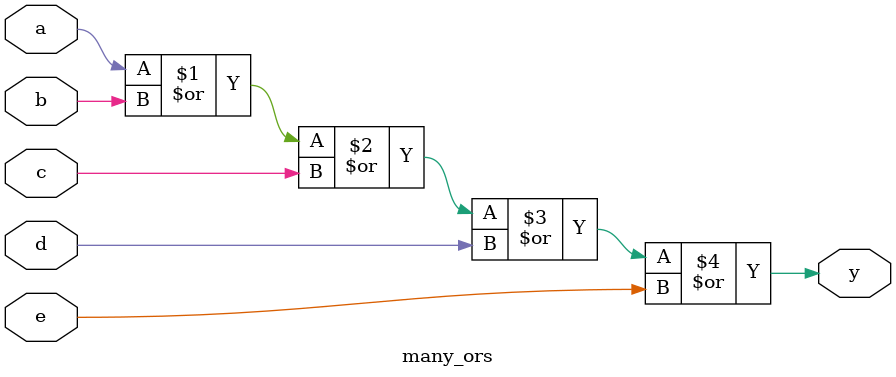
<source format=v>

module many_ors
(
input a,
input b,
input c,
input d,
input e,
output y
);

assign y = (((a | b) | c) | d) | e;
endmodule
</source>
